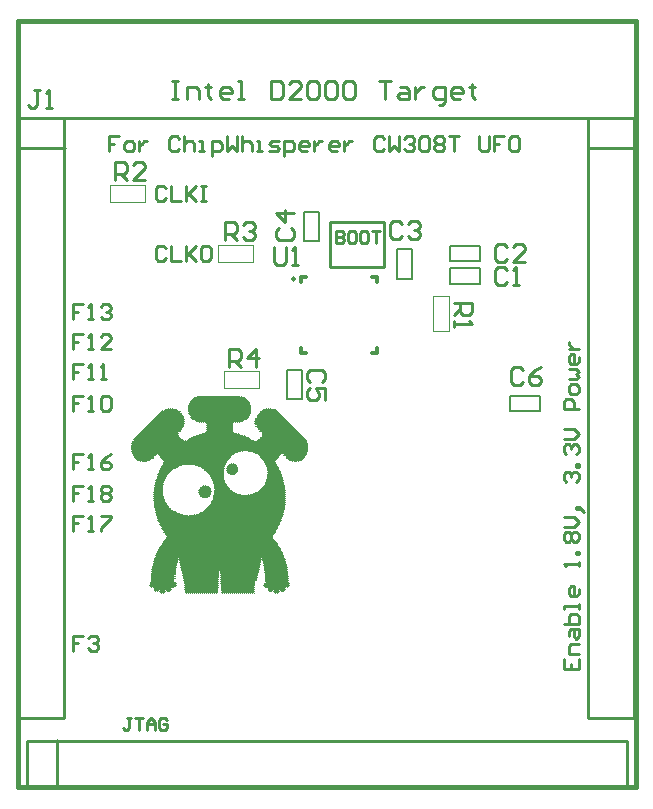
<source format=gto>
G04 Layer_Color=65535*
%FSLAX25Y25*%
%MOIN*%
G70*
G01*
G75*
%ADD18C,0.01000*%
%ADD21C,0.01500*%
%ADD31C,0.00984*%
%ADD32C,0.00394*%
%ADD33C,0.01181*%
%ADD34C,0.00787*%
G36*
X174838Y230240D02*
X175850D01*
Y229902D01*
X176188D01*
Y229565D01*
X176525D01*
Y229227D01*
X176863D01*
Y228890D01*
X177200D01*
Y228552D01*
X177538D01*
Y228215D01*
Y227877D01*
Y227540D01*
X177875D01*
Y227202D01*
Y226865D01*
Y226527D01*
Y226190D01*
Y225852D01*
Y225515D01*
Y225177D01*
Y224839D01*
Y224502D01*
X177538D01*
Y224164D01*
Y223827D01*
X177200D01*
Y223489D01*
Y223152D01*
X176863D01*
Y222814D01*
X176525D01*
Y222477D01*
X175513D01*
Y222139D01*
X175175D01*
Y221802D01*
X174162D01*
Y221464D01*
X173825D01*
Y221802D01*
X173487D01*
Y221464D01*
X173150D01*
Y221802D01*
X172812D01*
Y221464D01*
X172475D01*
Y221802D01*
X172137D01*
Y221464D01*
X171800D01*
Y221127D01*
Y220789D01*
Y220452D01*
Y220114D01*
Y219777D01*
Y219439D01*
Y219102D01*
Y218764D01*
Y218426D01*
X172137D01*
Y218089D01*
X173150D01*
Y217751D01*
X173487D01*
Y218089D01*
X173825D01*
Y217751D01*
X174162D01*
Y217414D01*
X175175D01*
Y217076D01*
X175513D01*
Y217414D01*
X175850D01*
Y217076D01*
X176188D01*
Y216739D01*
X177200D01*
Y216401D01*
X177538D01*
Y216064D01*
X177875D01*
Y215726D01*
X178888D01*
Y215389D01*
X179563D01*
Y215726D01*
X179900D01*
Y216064D01*
X180575D01*
Y216401D01*
Y216739D01*
X181251D01*
Y217076D01*
Y217414D01*
Y217751D01*
Y218089D01*
Y218426D01*
X180238D01*
Y218764D01*
X180575D01*
Y219102D01*
X179900D01*
Y219439D01*
Y219777D01*
X179563D01*
Y220114D01*
X179225D01*
Y220452D01*
X179563D01*
Y220789D01*
X179225D01*
Y221127D01*
X178888D01*
Y221464D01*
X179225D01*
Y221802D01*
X178888D01*
Y222139D01*
X179225D01*
Y222477D01*
Y222814D01*
Y223152D01*
X179563D01*
Y223489D01*
Y223827D01*
Y224164D01*
X179900D01*
Y224502D01*
X180238D01*
Y224839D01*
X180575D01*
Y225177D01*
Y225515D01*
X181251D01*
Y225852D01*
X181588D01*
Y226190D01*
X182601D01*
Y226527D01*
X182938D01*
Y226190D01*
X183276D01*
Y226527D01*
X183613D01*
Y226190D01*
X183951D01*
Y226527D01*
X184288D01*
Y226190D01*
X185976D01*
Y225852D01*
X186313D01*
Y225515D01*
X186651D01*
Y225177D01*
X186988D01*
Y224839D01*
X187326D01*
Y224502D01*
X187663D01*
Y224164D01*
X188001D01*
Y223827D01*
X188338D01*
Y223489D01*
X188676D01*
Y223152D01*
X189014D01*
Y222814D01*
X189351D01*
Y222477D01*
X189689D01*
Y222139D01*
X190026D01*
Y221802D01*
X190364D01*
Y221464D01*
X190701D01*
Y221127D01*
X191039D01*
Y220789D01*
X191376D01*
Y220452D01*
X191714D01*
Y220114D01*
X192051D01*
Y219777D01*
X192389D01*
Y219439D01*
X192726D01*
Y219102D01*
X193064D01*
Y218764D01*
X193401D01*
Y218426D01*
X193739D01*
Y218089D01*
X194076D01*
Y217751D01*
X194414D01*
Y217414D01*
X194751D01*
Y217076D01*
X195089D01*
Y216739D01*
X195426D01*
Y216401D01*
X195764D01*
Y216064D01*
X196101D01*
Y215726D01*
X196439D01*
Y215389D01*
Y215051D01*
Y214714D01*
X196777D01*
Y214376D01*
Y214039D01*
Y213701D01*
Y213364D01*
Y213026D01*
Y212689D01*
Y212351D01*
Y212014D01*
Y211676D01*
X196439D01*
Y211338D01*
Y211001D01*
Y210663D01*
X196101D01*
Y210326D01*
X195764D01*
Y209988D01*
X195426D01*
Y209651D01*
X195089D01*
Y209313D01*
X194751D01*
Y208976D01*
X193739D01*
Y208638D01*
X193401D01*
Y208976D01*
X193064D01*
Y208638D01*
X192051D01*
Y208976D01*
X191714D01*
Y208638D01*
X191376D01*
Y208976D01*
X190364D01*
Y209313D01*
X190026D01*
Y209651D01*
X189351D01*
Y209988D01*
Y210326D01*
X188338D01*
Y210663D01*
X188676D01*
Y211001D01*
X187663D01*
Y210663D01*
X187326D01*
Y210326D01*
X186988D01*
Y209988D01*
X186651D01*
Y209651D01*
X186313D01*
Y209313D01*
X185976D01*
Y208976D01*
X185638D01*
Y208638D01*
X185976D01*
Y208301D01*
Y207963D01*
X186313D01*
Y207626D01*
Y207288D01*
X186651D01*
Y206951D01*
X186988D01*
Y206613D01*
Y206276D01*
Y205938D01*
X187326D01*
Y205601D01*
X187663D01*
Y205263D01*
Y204925D01*
Y204588D01*
X188001D01*
Y204251D01*
Y203913D01*
Y203575D01*
X188338D01*
Y203238D01*
Y202900D01*
Y202563D01*
X188676D01*
Y202225D01*
X188338D01*
Y201888D01*
X188676D01*
Y201550D01*
Y201213D01*
Y200875D01*
X189014D01*
Y200538D01*
Y200200D01*
Y199863D01*
Y199525D01*
Y199188D01*
X189351D01*
Y198850D01*
X189014D01*
Y198513D01*
X189351D01*
Y198175D01*
X189014D01*
Y197837D01*
X189351D01*
Y197500D01*
X189014D01*
Y197162D01*
X189351D01*
Y196825D01*
X189014D01*
Y196487D01*
X189351D01*
Y196150D01*
X189014D01*
Y195812D01*
X189351D01*
Y195475D01*
X189014D01*
Y195137D01*
X189351D01*
Y194800D01*
X189014D01*
Y194462D01*
X189351D01*
Y194125D01*
X189014D01*
Y193787D01*
Y193450D01*
Y193112D01*
Y192775D01*
Y192437D01*
X188676D01*
Y192100D01*
Y191762D01*
Y191425D01*
X188338D01*
Y191087D01*
X188676D01*
Y190750D01*
X188338D01*
Y190412D01*
Y190075D01*
X188001D01*
Y189737D01*
Y189399D01*
X187663D01*
Y189062D01*
X188001D01*
Y188724D01*
X187663D01*
Y188387D01*
X187326D01*
Y188049D01*
Y187712D01*
Y187374D01*
X186988D01*
Y187037D01*
X186651D01*
Y186699D01*
Y186362D01*
Y186024D01*
X186313D01*
Y185687D01*
X185976D01*
Y185349D01*
Y185012D01*
Y184674D01*
X185638D01*
Y184337D01*
X185301D01*
Y183999D01*
X184963D01*
Y183661D01*
Y183324D01*
Y182986D01*
X185301D01*
Y182649D01*
X185638D01*
Y182311D01*
X185976D01*
Y181974D01*
X186313D01*
Y181636D01*
X186651D01*
Y181299D01*
Y180961D01*
Y180624D01*
X186988D01*
Y180286D01*
X187326D01*
Y179949D01*
X187663D01*
Y179611D01*
Y179274D01*
Y178936D01*
X188001D01*
Y178599D01*
X188338D01*
Y178261D01*
Y177924D01*
Y177586D01*
X188676D01*
Y177249D01*
Y176911D01*
Y176574D01*
X189014D01*
Y176236D01*
X189351D01*
Y175899D01*
X189014D01*
Y175561D01*
X189351D01*
Y175223D01*
Y174886D01*
Y174548D01*
X189689D01*
Y174211D01*
Y173873D01*
Y173536D01*
X190026D01*
Y173198D01*
X189689D01*
Y172861D01*
X190026D01*
Y172523D01*
X189689D01*
Y172186D01*
X190026D01*
Y171848D01*
Y171511D01*
Y171173D01*
Y170836D01*
Y170498D01*
X190364D01*
Y170160D01*
X190026D01*
Y169823D01*
X190364D01*
Y169485D01*
X190026D01*
Y169148D01*
X190364D01*
Y168810D01*
X190026D01*
Y168473D01*
X190364D01*
Y168135D01*
X190701D01*
Y167798D01*
X190364D01*
Y167460D01*
X190701D01*
Y167123D01*
X190364D01*
Y166785D01*
X190026D01*
Y166448D01*
X189689D01*
Y166785D01*
X189351D01*
Y166448D01*
X189014D01*
Y166110D01*
X189351D01*
Y165773D01*
X189014D01*
Y165435D01*
X188676D01*
Y165098D01*
X187663D01*
Y165435D01*
X187326D01*
Y165773D01*
X186988D01*
Y165435D01*
X187326D01*
Y165098D01*
X186988D01*
Y164760D01*
X186651D01*
Y164423D01*
X186313D01*
Y164760D01*
X185976D01*
Y164423D01*
X185638D01*
Y164760D01*
X185301D01*
Y165098D01*
X184963D01*
Y165435D01*
X184626D01*
Y165098D01*
X183613D01*
Y165435D01*
X183276D01*
Y165773D01*
Y166110D01*
Y166448D01*
X182263D01*
Y166785D01*
X181925D01*
Y167123D01*
X181588D01*
Y167460D01*
X181925D01*
Y167798D01*
Y168135D01*
X182601D01*
Y168473D01*
X182263D01*
Y168810D01*
Y169148D01*
Y169485D01*
Y169823D01*
Y170160D01*
Y170498D01*
Y170836D01*
Y171173D01*
Y171511D01*
X181925D01*
Y171848D01*
X182263D01*
Y172186D01*
X181925D01*
Y172523D01*
Y172861D01*
Y173198D01*
Y173536D01*
Y173873D01*
X181588D01*
Y174211D01*
X181925D01*
Y174548D01*
X181588D01*
Y174886D01*
Y175223D01*
Y175561D01*
X181251D01*
Y175899D01*
X180913D01*
Y175561D01*
Y175223D01*
Y174886D01*
X180575D01*
Y174548D01*
X180913D01*
Y174211D01*
X180575D01*
Y173873D01*
Y173536D01*
Y173198D01*
X180238D01*
Y172861D01*
X180575D01*
Y172523D01*
X180238D01*
Y172186D01*
Y171848D01*
Y171511D01*
X179900D01*
Y171173D01*
Y170836D01*
Y170498D01*
X179563D01*
Y170160D01*
X179900D01*
Y169823D01*
X179563D01*
Y169485D01*
Y169148D01*
Y168810D01*
X179225D01*
Y168473D01*
Y168135D01*
Y167798D01*
Y167460D01*
Y167123D01*
X178888D01*
Y166785D01*
X179225D01*
Y166448D01*
X178888D01*
Y166110D01*
X179225D01*
Y165773D01*
X178888D01*
Y165435D01*
X179225D01*
Y165098D01*
X178888D01*
Y164760D01*
X179225D01*
Y164423D01*
X178888D01*
Y164760D01*
X178550D01*
Y164423D01*
X178213D01*
Y164760D01*
X177875D01*
Y164423D01*
X177538D01*
Y164760D01*
X177200D01*
Y164423D01*
X176863D01*
Y164760D01*
X176525D01*
Y164423D01*
X176188D01*
Y164760D01*
X175850D01*
Y164423D01*
X175513D01*
Y164760D01*
X175175D01*
Y164423D01*
X174838D01*
Y164760D01*
X174500D01*
Y164423D01*
X174162D01*
Y164760D01*
X173825D01*
Y164423D01*
X173487D01*
Y164760D01*
X173150D01*
Y164423D01*
X172812D01*
Y164760D01*
X172475D01*
Y164423D01*
X172137D01*
Y164760D01*
X171800D01*
Y164423D01*
X171462D01*
Y164760D01*
X171125D01*
Y164423D01*
X170787D01*
Y164760D01*
X170450D01*
Y164423D01*
X170112D01*
Y164760D01*
X169775D01*
Y164423D01*
X169437D01*
Y164760D01*
X169100D01*
Y164423D01*
X168762D01*
Y164760D01*
X168425D01*
Y164423D01*
X168087D01*
Y164760D01*
X167750D01*
Y165098D01*
X168087D01*
Y165435D01*
X167750D01*
Y165773D01*
Y166110D01*
Y166448D01*
Y166785D01*
Y167123D01*
Y167460D01*
Y167798D01*
X167412D01*
Y168135D01*
X167750D01*
Y168473D01*
X167412D01*
Y168810D01*
X167750D01*
Y169148D01*
X167412D01*
Y169485D01*
X167750D01*
Y169823D01*
X167412D01*
Y170160D01*
X167750D01*
Y170498D01*
X167412D01*
Y170836D01*
X167750D01*
Y171173D01*
X167412D01*
Y171511D01*
Y171848D01*
Y172186D01*
X167075D01*
Y171848D01*
Y171511D01*
Y171173D01*
Y170836D01*
Y170498D01*
Y170160D01*
Y169823D01*
X166737D01*
Y169485D01*
X167075D01*
Y169148D01*
X166737D01*
Y168810D01*
X167075D01*
Y168473D01*
X166737D01*
Y168135D01*
X167075D01*
Y167798D01*
X166737D01*
Y167460D01*
X167075D01*
Y167123D01*
X166737D01*
Y166785D01*
X167075D01*
Y166448D01*
X166737D01*
Y166110D01*
Y165773D01*
Y165435D01*
Y165098D01*
Y164760D01*
X166399D01*
Y164423D01*
X166062D01*
Y164760D01*
X165724D01*
Y164423D01*
X165387D01*
Y164760D01*
X165049D01*
Y164423D01*
X164712D01*
Y164760D01*
X164374D01*
Y164423D01*
X164037D01*
Y164760D01*
X163699D01*
Y164423D01*
X163362D01*
Y164760D01*
X163024D01*
Y164423D01*
X162687D01*
Y164760D01*
X162349D01*
Y164423D01*
X162012D01*
Y164760D01*
X161674D01*
Y164423D01*
X161337D01*
Y164760D01*
X160999D01*
Y164423D01*
X160661D01*
Y164760D01*
X160324D01*
Y164423D01*
X159986D01*
Y164760D01*
X159649D01*
Y164423D01*
X159311D01*
Y164760D01*
X158974D01*
Y164423D01*
X158636D01*
Y164760D01*
X158299D01*
Y164423D01*
X157961D01*
Y164760D01*
X157624D01*
Y164423D01*
X157286D01*
Y164760D01*
X156949D01*
Y164423D01*
X156611D01*
Y164760D01*
X156274D01*
Y164423D01*
X155936D01*
Y164760D01*
X155599D01*
Y165098D01*
Y165435D01*
Y165773D01*
X155261D01*
Y166110D01*
X155599D01*
Y166448D01*
X155261D01*
Y166785D01*
X155599D01*
Y167123D01*
X155261D01*
Y167460D01*
X155599D01*
Y167798D01*
X155261D01*
Y168135D01*
Y168473D01*
Y168810D01*
X154924D01*
Y169148D01*
X155261D01*
Y169485D01*
X154924D01*
Y169823D01*
Y170160D01*
Y170498D01*
X154586D01*
Y170836D01*
X154924D01*
Y171173D01*
X154586D01*
Y171511D01*
Y171848D01*
Y172186D01*
X154249D01*
Y172523D01*
Y172861D01*
Y173198D01*
X153911D01*
Y173536D01*
X154249D01*
Y173873D01*
X153911D01*
Y174211D01*
Y174548D01*
Y174886D01*
X153574D01*
Y175223D01*
X153911D01*
Y175561D01*
X153574D01*
Y175899D01*
X153236D01*
Y175561D01*
Y175223D01*
Y174886D01*
X152899D01*
Y174548D01*
Y174211D01*
Y173873D01*
X152561D01*
Y173536D01*
X152899D01*
Y173198D01*
X152561D01*
Y172861D01*
Y172523D01*
Y172186D01*
Y171848D01*
Y171511D01*
Y171173D01*
Y170836D01*
X152223D01*
Y170498D01*
X152561D01*
Y170160D01*
X152223D01*
Y169823D01*
X152561D01*
Y169485D01*
X152223D01*
Y169148D01*
Y168810D01*
Y168473D01*
X152561D01*
Y168135D01*
X152899D01*
Y167798D01*
X152561D01*
Y167460D01*
X152899D01*
Y167123D01*
X152561D01*
Y166785D01*
X152223D01*
Y166448D01*
X151211D01*
Y166110D01*
X151548D01*
Y165773D01*
X151211D01*
Y165435D01*
X150873D01*
Y165098D01*
X149861D01*
Y165435D01*
X149523D01*
Y165773D01*
X149186D01*
Y165435D01*
X149523D01*
Y165098D01*
X149186D01*
Y164760D01*
X148848D01*
Y164423D01*
X148511D01*
Y164760D01*
X148173D01*
Y164423D01*
X147836D01*
Y164760D01*
X147498D01*
Y165098D01*
X147160D01*
Y165435D01*
X146823D01*
Y165098D01*
X146485D01*
Y165435D01*
X146148D01*
Y165098D01*
X145810D01*
Y165435D01*
X145473D01*
Y165773D01*
Y166110D01*
Y166448D01*
X145135D01*
Y166785D01*
X144798D01*
Y166448D01*
X144460D01*
Y166785D01*
X144123D01*
Y167123D01*
X143785D01*
Y167460D01*
X144123D01*
Y167798D01*
Y168135D01*
Y168473D01*
X144460D01*
Y168810D01*
Y169148D01*
Y169485D01*
Y169823D01*
Y170160D01*
Y170498D01*
Y170836D01*
Y171173D01*
Y171511D01*
X144798D01*
Y171848D01*
X144460D01*
Y172186D01*
X144798D01*
Y172523D01*
X144460D01*
Y172861D01*
X144798D01*
Y173198D01*
Y173536D01*
Y173873D01*
X145135D01*
Y174211D01*
Y174548D01*
Y174886D01*
X145473D01*
Y175223D01*
X145135D01*
Y175561D01*
X145473D01*
Y175899D01*
Y176236D01*
Y176574D01*
X145810D01*
Y176911D01*
X146148D01*
Y177249D01*
X145810D01*
Y177586D01*
X146148D01*
Y177924D01*
Y178261D01*
X146485D01*
Y178599D01*
Y178936D01*
X146823D01*
Y179274D01*
Y179611D01*
X147160D01*
Y179949D01*
Y180286D01*
X147498D01*
Y180624D01*
X147836D01*
Y180961D01*
X148173D01*
Y181299D01*
Y181636D01*
X148511D01*
Y181974D01*
Y182311D01*
X148848D01*
Y182649D01*
X149186D01*
Y182986D01*
X149523D01*
Y183324D01*
X149861D01*
Y183661D01*
X149523D01*
Y183999D01*
X149186D01*
Y184337D01*
Y184674D01*
X148511D01*
Y185012D01*
X148848D01*
Y185349D01*
X148511D01*
Y185687D01*
X148173D01*
Y186024D01*
X147836D01*
Y186362D01*
X148173D01*
Y186699D01*
X147836D01*
Y187037D01*
X147498D01*
Y187374D01*
X147160D01*
Y187712D01*
X147498D01*
Y188049D01*
X147160D01*
Y188387D01*
X146823D01*
Y188724D01*
X146485D01*
Y189062D01*
X146823D01*
Y189399D01*
X146485D01*
Y189737D01*
Y190075D01*
Y190412D01*
X146148D01*
Y190750D01*
Y191087D01*
Y191425D01*
X145810D01*
Y191762D01*
X146148D01*
Y192100D01*
X145810D01*
Y192437D01*
Y192775D01*
Y193112D01*
X145473D01*
Y193450D01*
Y193787D01*
Y194125D01*
Y194462D01*
Y194800D01*
Y195137D01*
Y195475D01*
X145135D01*
Y195812D01*
X145473D01*
Y196150D01*
X145135D01*
Y196487D01*
X145473D01*
Y196825D01*
X145135D01*
Y197162D01*
X145473D01*
Y197500D01*
X145135D01*
Y197837D01*
X145473D01*
Y198175D01*
X145135D01*
Y198513D01*
X145473D01*
Y198850D01*
Y199188D01*
Y199525D01*
Y199863D01*
Y200200D01*
X145810D01*
Y200538D01*
X145473D01*
Y200875D01*
X145810D01*
Y201213D01*
Y201550D01*
Y201888D01*
X146148D01*
Y202225D01*
X145810D01*
Y202563D01*
X146148D01*
Y202900D01*
X146485D01*
Y203238D01*
Y203575D01*
Y203913D01*
X146823D01*
Y204251D01*
X146485D01*
Y204588D01*
X146823D01*
Y204925D01*
X147160D01*
Y205263D01*
Y205601D01*
Y205938D01*
X147498D01*
Y206276D01*
Y206613D01*
X147836D01*
Y206951D01*
Y207288D01*
X148173D01*
Y207626D01*
X148511D01*
Y207963D01*
Y208301D01*
Y208638D01*
X148848D01*
Y208976D01*
X148511D01*
Y209313D01*
X148173D01*
Y209651D01*
X147836D01*
Y209988D01*
X147498D01*
Y210326D01*
X147160D01*
Y210663D01*
X146823D01*
Y211001D01*
X146485D01*
Y210663D01*
X146148D01*
Y210326D01*
X145473D01*
Y209988D01*
Y209651D01*
X144460D01*
Y209313D01*
X144123D01*
Y208976D01*
X143110D01*
Y208638D01*
X141423D01*
Y208976D01*
X141085D01*
Y208638D01*
X140748D01*
Y208976D01*
X139735D01*
Y209313D01*
X139398D01*
Y209651D01*
X139060D01*
Y209988D01*
X138723D01*
Y210326D01*
X138385D01*
Y210663D01*
Y211001D01*
X138047D01*
Y211338D01*
Y211676D01*
X137710D01*
Y212014D01*
X138047D01*
Y212351D01*
X137710D01*
Y212689D01*
Y213026D01*
Y213364D01*
Y213701D01*
Y214039D01*
X138047D01*
Y214376D01*
X137710D01*
Y214714D01*
X138047D01*
Y215051D01*
Y215389D01*
X138723D01*
Y215726D01*
X138385D01*
Y216064D01*
X138723D01*
Y216401D01*
X139060D01*
Y216739D01*
X139398D01*
Y217076D01*
X139735D01*
Y217414D01*
X140073D01*
Y217751D01*
X140410D01*
Y218089D01*
X140748D01*
Y218426D01*
X141085D01*
Y218764D01*
X141423D01*
Y219102D01*
X141760D01*
Y219439D01*
X142098D01*
Y219777D01*
X142435D01*
Y220114D01*
X142773D01*
Y220452D01*
X143110D01*
Y220789D01*
X143448D01*
Y221127D01*
X143785D01*
Y221464D01*
X144123D01*
Y221802D01*
X144460D01*
Y222139D01*
X144798D01*
Y222477D01*
X145135D01*
Y222814D01*
X145473D01*
Y223152D01*
X145810D01*
Y223489D01*
X146148D01*
Y223827D01*
X146485D01*
Y224164D01*
X146823D01*
Y224502D01*
X147160D01*
Y224839D01*
X147498D01*
Y225177D01*
X147836D01*
Y225515D01*
X148173D01*
Y225852D01*
X148511D01*
Y225515D01*
X148848D01*
Y225852D01*
X149186D01*
Y226190D01*
X150198D01*
Y226527D01*
X150536D01*
Y226190D01*
X150873D01*
Y226527D01*
X151211D01*
Y226190D01*
X151548D01*
Y226527D01*
X151886D01*
Y226190D01*
X152899D01*
Y225852D01*
X153236D01*
Y225515D01*
X154249D01*
Y225177D01*
X153911D01*
Y224839D01*
X154586D01*
Y224502D01*
Y224164D01*
X154924D01*
Y223827D01*
X155261D01*
Y223489D01*
Y223152D01*
Y222814D01*
X155599D01*
Y222477D01*
X155261D01*
Y222139D01*
X155599D01*
Y221802D01*
X155261D01*
Y221464D01*
X155599D01*
Y221127D01*
X155261D01*
Y220789D01*
Y220452D01*
Y220114D01*
X154924D01*
Y219777D01*
X154586D01*
Y219439D01*
Y219102D01*
X154249D01*
Y218764D01*
Y218426D01*
X153236D01*
Y218089D01*
X153574D01*
Y217751D01*
X153236D01*
Y217414D01*
X153574D01*
Y217076D01*
Y216739D01*
X153911D01*
Y216401D01*
X154249D01*
Y216064D01*
X154924D01*
Y215726D01*
X155261D01*
Y215389D01*
X155599D01*
Y215726D01*
X155936D01*
Y215389D01*
X156274D01*
Y215726D01*
X156611D01*
Y216064D01*
X156949D01*
Y216401D01*
X157624D01*
Y216739D01*
X158299D01*
Y217076D01*
X159311D01*
Y217414D01*
X160324D01*
Y217751D01*
X161337D01*
Y218089D01*
X162349D01*
Y218426D01*
X162687D01*
Y218764D01*
X163024D01*
Y219102D01*
X162687D01*
Y219439D01*
X163024D01*
Y219777D01*
X162687D01*
Y220114D01*
X163024D01*
Y220452D01*
X162687D01*
Y220789D01*
X163024D01*
Y221127D01*
X162687D01*
Y221464D01*
X162349D01*
Y221802D01*
X162012D01*
Y221464D01*
X161674D01*
Y221802D01*
X161337D01*
Y221464D01*
X160999D01*
Y221802D01*
X160661D01*
Y221464D01*
X160324D01*
Y221802D01*
X159311D01*
Y222139D01*
X158974D01*
Y222477D01*
X157961D01*
Y222814D01*
X157624D01*
Y223152D01*
X157286D01*
Y223489D01*
X157624D01*
Y223827D01*
X157286D01*
Y224164D01*
X156949D01*
Y224502D01*
X156611D01*
Y224839D01*
X156949D01*
Y225177D01*
X156611D01*
Y225515D01*
Y225852D01*
Y226190D01*
Y226527D01*
Y226865D01*
Y227202D01*
Y227540D01*
X156949D01*
Y227877D01*
Y228215D01*
X157286D01*
Y228552D01*
Y228890D01*
X157624D01*
Y229227D01*
X157961D01*
Y229565D01*
X158299D01*
Y229902D01*
X158636D01*
Y230240D01*
X159649D01*
Y230577D01*
X174162D01*
Y230240D01*
X174500D01*
Y230577D01*
X174838D01*
Y230240D01*
D02*
G37*
%LPC*%
G36*
X153574Y176574D02*
X153236D01*
Y176236D01*
X153574D01*
Y176574D01*
D02*
G37*
G36*
X181251D02*
X180913D01*
Y176236D01*
X181251D01*
Y176574D01*
D02*
G37*
G36*
X147498Y165773D02*
X147160D01*
Y165435D01*
X147498D01*
Y165773D01*
D02*
G37*
G36*
X185301D02*
X184963D01*
Y165435D01*
X185301D01*
Y165773D01*
D02*
G37*
G36*
X176863Y212014D02*
X175175D01*
Y211676D01*
X174838D01*
Y212014D01*
X174500D01*
Y211676D01*
X173487D01*
Y211338D01*
X172475D01*
Y211001D01*
X172137D01*
Y210663D01*
X171462D01*
Y210326D01*
X171125D01*
Y209988D01*
X170787D01*
Y209651D01*
X170450D01*
Y209313D01*
X170112D01*
Y208976D01*
X169775D01*
Y208638D01*
Y208301D01*
X169437D01*
Y207963D01*
Y207626D01*
X169100D01*
Y207288D01*
Y206951D01*
X168762D01*
Y206613D01*
X169100D01*
Y206276D01*
X168762D01*
Y205938D01*
Y205601D01*
Y205263D01*
Y204925D01*
Y204588D01*
Y204251D01*
Y203913D01*
Y203575D01*
Y203238D01*
Y202900D01*
Y202563D01*
X169100D01*
Y202225D01*
Y201888D01*
Y201550D01*
X169437D01*
Y201213D01*
X169775D01*
Y200875D01*
Y200538D01*
X170112D01*
Y200200D01*
X170450D01*
Y199863D01*
X170787D01*
Y199525D01*
Y199188D01*
X171462D01*
Y198850D01*
X171800D01*
Y198513D01*
X172475D01*
Y198175D01*
X173150D01*
Y197837D01*
X174500D01*
Y197500D01*
X176863D01*
Y197837D01*
X177200D01*
Y197500D01*
X177538D01*
Y197837D01*
X178550D01*
Y198175D01*
X179225D01*
Y198513D01*
X179900D01*
Y198850D01*
X180238D01*
Y199188D01*
X180575D01*
Y199525D01*
X180913D01*
Y199863D01*
X181251D01*
Y200200D01*
X181588D01*
Y200538D01*
X181925D01*
Y200875D01*
X182263D01*
Y201213D01*
Y201550D01*
Y201888D01*
X182601D01*
Y202225D01*
Y202563D01*
Y202900D01*
X182938D01*
Y203238D01*
Y203575D01*
Y203913D01*
Y204251D01*
Y204588D01*
X183276D01*
Y204925D01*
X182938D01*
Y205263D01*
X183276D01*
Y205601D01*
X182938D01*
Y205938D01*
Y206276D01*
Y206613D01*
Y206951D01*
X182601D01*
Y207288D01*
Y207626D01*
X182263D01*
Y207963D01*
Y208301D01*
X181925D01*
Y208638D01*
Y208976D01*
X181588D01*
Y209313D01*
X181251D01*
Y209651D01*
X180913D01*
Y209988D01*
X180575D01*
Y210326D01*
X180238D01*
Y210663D01*
X179900D01*
Y211001D01*
X179225D01*
Y211338D01*
X178550D01*
Y211676D01*
X176863D01*
Y212014D01*
D02*
G37*
G36*
X158974Y207626D02*
X154586D01*
Y207288D01*
X153574D01*
Y206951D01*
X153236D01*
Y206613D01*
X152561D01*
Y206276D01*
X151886D01*
Y205938D01*
X151548D01*
Y205601D01*
X151211D01*
Y205263D01*
X150873D01*
Y204925D01*
X150536D01*
Y204588D01*
X150198D01*
Y204251D01*
X149861D01*
Y203913D01*
Y203575D01*
X149523D01*
Y203238D01*
Y202900D01*
X149186D01*
Y202563D01*
Y202225D01*
X148848D01*
Y201888D01*
Y201550D01*
X148511D01*
Y201213D01*
X148848D01*
Y200875D01*
X148511D01*
Y200538D01*
Y200200D01*
Y199863D01*
Y199525D01*
Y199188D01*
Y198850D01*
Y198513D01*
Y198175D01*
Y197837D01*
Y197500D01*
Y197162D01*
X148848D01*
Y196825D01*
Y196487D01*
Y196150D01*
X149186D01*
Y195812D01*
Y195475D01*
Y195137D01*
X149523D01*
Y194800D01*
X149861D01*
Y194462D01*
Y194125D01*
X150198D01*
Y193787D01*
X150536D01*
Y193450D01*
Y193112D01*
X151211D01*
Y192775D01*
Y192437D01*
X151886D01*
Y192100D01*
X152561D01*
Y191762D01*
X152899D01*
Y191425D01*
X153911D01*
Y191087D01*
X154924D01*
Y190750D01*
X156611D01*
Y190412D01*
X156949D01*
Y190750D01*
X158636D01*
Y191087D01*
X158974D01*
Y190750D01*
X159311D01*
Y191087D01*
X160324D01*
Y191425D01*
X160661D01*
Y191762D01*
X161674D01*
Y192100D01*
X162012D01*
Y192437D01*
X162349D01*
Y192775D01*
X162687D01*
Y193112D01*
X163024D01*
Y193450D01*
X163362D01*
Y193787D01*
X163699D01*
Y194125D01*
X164037D01*
Y194462D01*
X164374D01*
Y194800D01*
Y195137D01*
Y195475D01*
X164712D01*
Y195812D01*
X165049D01*
Y196150D01*
Y196487D01*
Y196825D01*
Y197162D01*
Y197500D01*
X165387D01*
Y197837D01*
Y198175D01*
Y198513D01*
Y198850D01*
Y199188D01*
X165724D01*
Y199525D01*
X165387D01*
Y199863D01*
Y200200D01*
Y200538D01*
Y200875D01*
Y201213D01*
X165049D01*
Y201550D01*
Y201888D01*
Y202225D01*
X164712D01*
Y202563D01*
Y202900D01*
X164374D01*
Y203238D01*
Y203575D01*
X164037D01*
Y203913D01*
Y204251D01*
X163699D01*
Y204588D01*
X163362D01*
Y204925D01*
X163024D01*
Y205263D01*
X162687D01*
Y205601D01*
X162012D01*
Y205938D01*
Y206276D01*
X161337D01*
Y206613D01*
X160999D01*
Y206951D01*
X159986D01*
Y207288D01*
X158974D01*
Y207626D01*
D02*
G37*
%LPD*%
G36*
X172137Y207963D02*
X172812D01*
Y207626D01*
X173150D01*
Y207288D01*
Y206951D01*
X173487D01*
Y206613D01*
Y206276D01*
Y205938D01*
Y205601D01*
Y205263D01*
X173150D01*
Y204925D01*
X172812D01*
Y204588D01*
X172475D01*
Y204251D01*
X170787D01*
Y204588D01*
X170112D01*
Y204925D01*
X169775D01*
Y205263D01*
Y205601D01*
X169437D01*
Y205938D01*
X169775D01*
Y206276D01*
X169437D01*
Y206613D01*
X169775D01*
Y206951D01*
Y207288D01*
X170112D01*
Y207626D01*
X170450D01*
Y207963D01*
X171125D01*
Y208301D01*
X171462D01*
Y207963D01*
X171800D01*
Y208301D01*
X172137D01*
Y207963D01*
D02*
G37*
G36*
X162687Y200538D02*
X163699D01*
Y200200D01*
X164037D01*
Y199863D01*
X164374D01*
Y199525D01*
Y199188D01*
Y198850D01*
X164712D01*
Y198513D01*
X164374D01*
Y198175D01*
Y197837D01*
Y197500D01*
X164037D01*
Y197162D01*
Y196825D01*
X163362D01*
Y196487D01*
X161337D01*
Y196825D01*
X160661D01*
Y197162D01*
Y197500D01*
X160324D01*
Y197837D01*
Y198175D01*
X159986D01*
Y198513D01*
X160324D01*
Y198850D01*
X159986D01*
Y199188D01*
X160324D01*
Y199525D01*
X160661D01*
Y199863D01*
Y200200D01*
X161337D01*
Y200538D01*
X161674D01*
Y200875D01*
X162012D01*
Y200538D01*
X162349D01*
Y200875D01*
X162687D01*
Y200538D01*
D02*
G37*
D18*
X115500Y323000D02*
X290126D01*
X305500Y123000D02*
Y323000D01*
X100126Y313000D02*
X115874D01*
X100126Y323000D02*
X115500D01*
Y123000D02*
Y323000D01*
X100126Y123000D02*
X115500D01*
X100126D02*
Y323000D01*
X113000Y100126D02*
Y115874D01*
X103000Y100126D02*
Y115500D01*
X303000D01*
Y100126D02*
Y115500D01*
X103000Y100126D02*
X303000D01*
X290126Y313000D02*
X305874D01*
X290126Y323000D02*
X305500D01*
X290126Y123000D02*
X305500D01*
X290126D02*
Y323000D01*
X204000Y273650D02*
X222000D01*
Y288500D01*
X204000D02*
X222000D01*
X204000Y273650D02*
Y288500D01*
X282002Y142832D02*
Y139500D01*
X287000D01*
Y142832D01*
X284501Y139500D02*
Y141166D01*
X287000Y144498D02*
X283668D01*
Y146998D01*
X284501Y147831D01*
X287000D01*
X283668Y150330D02*
Y151996D01*
X284501Y152829D01*
X287000D01*
Y150330D01*
X286167Y149497D01*
X285334Y150330D01*
Y152829D01*
X282002Y154495D02*
X287000D01*
Y156994D01*
X286167Y157827D01*
X285334D01*
X284501D01*
X283668Y156994D01*
Y154495D01*
X287000Y159494D02*
Y161160D01*
Y160327D01*
X282002D01*
Y159494D01*
X287000Y166158D02*
Y164492D01*
X286167Y163659D01*
X284501D01*
X283668Y164492D01*
Y166158D01*
X284501Y166991D01*
X285334D01*
Y163659D01*
X287000Y173656D02*
Y175322D01*
Y174489D01*
X282002D01*
X282835Y173656D01*
X287000Y177821D02*
X286167D01*
Y178654D01*
X287000D01*
Y177821D01*
X282835Y181986D02*
X282002Y182819D01*
Y184485D01*
X282835Y185319D01*
X283668D01*
X284501Y184485D01*
X285334Y185319D01*
X286167D01*
X287000Y184485D01*
Y182819D01*
X286167Y181986D01*
X285334D01*
X284501Y182819D01*
X283668Y181986D01*
X282835D01*
X284501Y182819D02*
Y184485D01*
X282002Y186985D02*
X285334D01*
X287000Y188651D01*
X285334Y190317D01*
X282002D01*
X287833Y192816D02*
X287000Y193649D01*
X286167D01*
Y192816D01*
X287000D01*
Y193649D01*
X287833Y192816D01*
X288666Y191983D01*
X282835Y201980D02*
X282002Y202813D01*
Y204479D01*
X282835Y205312D01*
X283668D01*
X284501Y204479D01*
Y203646D01*
Y204479D01*
X285334Y205312D01*
X286167D01*
X287000Y204479D01*
Y202813D01*
X286167Y201980D01*
X287000Y206978D02*
X286167D01*
Y207811D01*
X287000D01*
Y206978D01*
X282835Y211143D02*
X282002Y211977D01*
Y213643D01*
X282835Y214476D01*
X283668D01*
X284501Y213643D01*
Y212810D01*
Y213643D01*
X285334Y214476D01*
X286167D01*
X287000Y213643D01*
Y211977D01*
X286167Y211143D01*
X282002Y216142D02*
X285334D01*
X287000Y217808D01*
X285334Y219474D01*
X282002D01*
X287000Y226139D02*
X282002D01*
Y228638D01*
X282835Y229471D01*
X284501D01*
X285334Y228638D01*
Y226139D01*
X287000Y231970D02*
Y233636D01*
X286167Y234469D01*
X284501D01*
X283668Y233636D01*
Y231970D01*
X284501Y231137D01*
X286167D01*
X287000Y231970D01*
X283668Y236135D02*
X286167D01*
X287000Y236968D01*
X286167Y237802D01*
X287000Y238634D01*
X286167Y239468D01*
X283668D01*
X287000Y243633D02*
Y241967D01*
X286167Y241134D01*
X284501D01*
X283668Y241967D01*
Y243633D01*
X284501Y244466D01*
X285334D01*
Y241134D01*
X283668Y246132D02*
X287000D01*
X285334D01*
X284501Y246965D01*
X283668Y247798D01*
Y248631D01*
X137666Y122999D02*
X136333D01*
X136999D01*
Y119667D01*
X136333Y119000D01*
X135667D01*
X135000Y119667D01*
X138999Y122999D02*
X141665D01*
X140332D01*
Y119000D01*
X142997D02*
Y121666D01*
X144330Y122999D01*
X145663Y121666D01*
Y119000D01*
Y120999D01*
X142997D01*
X149662Y122332D02*
X148995Y122999D01*
X147663D01*
X146996Y122332D01*
Y119667D01*
X147663Y119000D01*
X148995D01*
X149662Y119667D01*
Y120999D01*
X148329D01*
X121832Y150498D02*
X118500D01*
Y147999D01*
X120166D01*
X118500D01*
Y145500D01*
X123498Y149665D02*
X124331Y150498D01*
X125998D01*
X126831Y149665D01*
Y148832D01*
X125998Y147999D01*
X125164D01*
X125998D01*
X126831Y147166D01*
Y146333D01*
X125998Y145500D01*
X124331D01*
X123498Y146333D01*
X121832Y190498D02*
X118500D01*
Y187999D01*
X120166D01*
X118500D01*
Y185500D01*
X123498D02*
X125164D01*
X124331D01*
Y190498D01*
X123498Y189665D01*
X127664Y190498D02*
X130996D01*
Y189665D01*
X127664Y186333D01*
Y185500D01*
X121832Y200498D02*
X118500D01*
Y197999D01*
X120166D01*
X118500D01*
Y195500D01*
X123498D02*
X125164D01*
X124331D01*
Y200498D01*
X123498Y199665D01*
X127664D02*
X128497Y200498D01*
X130163D01*
X130996Y199665D01*
Y198832D01*
X130163Y197999D01*
X130996Y197166D01*
Y196333D01*
X130163Y195500D01*
X128497D01*
X127664Y196333D01*
Y197166D01*
X128497Y197999D01*
X127664Y198832D01*
Y199665D01*
X128497Y197999D02*
X130163D01*
X121832Y210998D02*
X118500D01*
Y208499D01*
X120166D01*
X118500D01*
Y206000D01*
X123498D02*
X125164D01*
X124331D01*
Y210998D01*
X123498Y210165D01*
X130996Y210998D02*
X129330Y210165D01*
X127664Y208499D01*
Y206833D01*
X128497Y206000D01*
X130163D01*
X130996Y206833D01*
Y207666D01*
X130163Y208499D01*
X127664D01*
X170500Y240000D02*
Y245998D01*
X173499D01*
X174499Y244998D01*
Y242999D01*
X173499Y241999D01*
X170500D01*
X172499D02*
X174499Y240000D01*
X179497D02*
Y245998D01*
X176498Y242999D01*
X180497D01*
X185500Y279998D02*
Y275000D01*
X186500Y274000D01*
X188499D01*
X189499Y275000D01*
Y279998D01*
X191498Y274000D02*
X193497D01*
X192498D01*
Y279998D01*
X191498Y278998D01*
X107499Y332498D02*
X105499D01*
X106499D01*
Y327500D01*
X105499Y326500D01*
X104500D01*
X103500Y327500D01*
X109498Y326500D02*
X111497D01*
X110498D01*
Y332498D01*
X109498Y331498D01*
X268549Y239048D02*
X267549Y240048D01*
X265550D01*
X264550Y239048D01*
Y235050D01*
X265550Y234050D01*
X267549D01*
X268549Y235050D01*
X274547Y240048D02*
X272547Y239048D01*
X270548Y237049D01*
Y235050D01*
X271548Y234050D01*
X273547D01*
X274547Y235050D01*
Y236049D01*
X273547Y237049D01*
X270548D01*
X227999Y287754D02*
X226999Y288754D01*
X225000D01*
X224000Y287754D01*
Y283756D01*
X225000Y282756D01*
X226999D01*
X227999Y283756D01*
X229998Y287754D02*
X230998Y288754D01*
X232997D01*
X233997Y287754D01*
Y286755D01*
X232997Y285755D01*
X231997D01*
X232997D01*
X233997Y284755D01*
Y283756D01*
X232997Y282756D01*
X230998D01*
X229998Y283756D01*
X201498Y235001D02*
X202498Y236001D01*
Y238000D01*
X201498Y239000D01*
X197500D01*
X196500Y238000D01*
Y236001D01*
X197500Y235001D01*
X202498Y229003D02*
Y233002D01*
X199499D01*
X200499Y231003D01*
Y230003D01*
X199499Y229003D01*
X197500D01*
X196500Y230003D01*
Y232002D01*
X197500Y233002D01*
X186952Y286549D02*
X185952Y285549D01*
Y283550D01*
X186952Y282550D01*
X190950D01*
X191950Y283550D01*
Y285549D01*
X190950Y286549D01*
X191950Y291547D02*
X185952D01*
X188951Y288548D01*
Y292547D01*
X262999Y279998D02*
X261999Y280998D01*
X260000D01*
X259000Y279998D01*
Y276000D01*
X260000Y275000D01*
X261999D01*
X262999Y276000D01*
X268997Y275000D02*
X264998D01*
X268997Y278999D01*
Y279998D01*
X267997Y280998D01*
X265998D01*
X264998Y279998D01*
X262999Y272498D02*
X261999Y273498D01*
X260000D01*
X259000Y272498D01*
Y268500D01*
X260000Y267500D01*
X261999D01*
X262999Y268500D01*
X264998Y267500D02*
X266997D01*
X265998D01*
Y273498D01*
X264998Y272498D01*
X245500Y261500D02*
X251498D01*
Y258501D01*
X250498Y257501D01*
X248499D01*
X247499Y258501D01*
Y261500D01*
Y259501D02*
X245500Y257501D01*
Y255502D02*
Y253503D01*
Y254502D01*
X251498D01*
X250498Y255502D01*
X132500Y302500D02*
Y308498D01*
X135499D01*
X136499Y307498D01*
Y305499D01*
X135499Y304499D01*
X132500D01*
X134499D02*
X136499Y302500D01*
X142497D02*
X138498D01*
X142497Y306499D01*
Y307498D01*
X141497Y308498D01*
X139498D01*
X138498Y307498D01*
X169153Y282500D02*
Y288498D01*
X172153D01*
X173152Y287498D01*
Y285499D01*
X172153Y284499D01*
X169153D01*
X171153D02*
X173152Y282500D01*
X175152Y287498D02*
X176151Y288498D01*
X178151D01*
X179150Y287498D01*
Y286499D01*
X178151Y285499D01*
X177151D01*
X178151D01*
X179150Y284499D01*
Y283500D01*
X178151Y282500D01*
X176151D01*
X175152Y283500D01*
X206000Y285499D02*
Y281500D01*
X207999D01*
X208666Y282166D01*
Y282833D01*
X207999Y283499D01*
X206000D01*
X207999D01*
X208666Y284166D01*
Y284832D01*
X207999Y285499D01*
X206000D01*
X211998D02*
X210665D01*
X209999Y284832D01*
Y282166D01*
X210665Y281500D01*
X211998D01*
X212665Y282166D01*
Y284832D01*
X211998Y285499D01*
X215997D02*
X214664D01*
X213997Y284832D01*
Y282166D01*
X214664Y281500D01*
X215997D01*
X216663Y282166D01*
Y284832D01*
X215997Y285499D01*
X217996D02*
X220662D01*
X219329D01*
Y281500D01*
X151500Y335498D02*
X153499D01*
X152500D01*
Y329500D01*
X151500D01*
X153499D01*
X156498D02*
Y333499D01*
X159497D01*
X160497Y332499D01*
Y329500D01*
X163496Y334498D02*
Y333499D01*
X162496D01*
X164496D01*
X163496D01*
Y330500D01*
X164496Y329500D01*
X170494D02*
X168494D01*
X167495Y330500D01*
Y332499D01*
X168494Y333499D01*
X170494D01*
X171493Y332499D01*
Y331499D01*
X167495D01*
X173493Y329500D02*
X175492D01*
X174493D01*
Y335498D01*
X173493D01*
X184489D02*
Y329500D01*
X187488D01*
X188488Y330500D01*
Y334498D01*
X187488Y335498D01*
X184489D01*
X194486Y329500D02*
X190487D01*
X194486Y333499D01*
Y334498D01*
X193486Y335498D01*
X191487D01*
X190487Y334498D01*
X196485D02*
X197485Y335498D01*
X199485D01*
X200484Y334498D01*
Y330500D01*
X199485Y329500D01*
X197485D01*
X196485Y330500D01*
Y334498D01*
X202484D02*
X203483Y335498D01*
X205483D01*
X206482Y334498D01*
Y330500D01*
X205483Y329500D01*
X203483D01*
X202484Y330500D01*
Y334498D01*
X208482D02*
X209481Y335498D01*
X211481D01*
X212480Y334498D01*
Y330500D01*
X211481Y329500D01*
X209481D01*
X208482Y330500D01*
Y334498D01*
X220478Y335498D02*
X224476D01*
X222477D01*
Y329500D01*
X227475Y333499D02*
X229475D01*
X230474Y332499D01*
Y329500D01*
X227475D01*
X226476Y330500D01*
X227475Y331499D01*
X230474D01*
X232474Y333499D02*
Y329500D01*
Y331499D01*
X233473Y332499D01*
X234473Y333499D01*
X235473D01*
X240471Y327501D02*
X241471D01*
X242471Y328500D01*
Y333499D01*
X239472D01*
X238472Y332499D01*
Y330500D01*
X239472Y329500D01*
X242471D01*
X247469D02*
X245470D01*
X244470Y330500D01*
Y332499D01*
X245470Y333499D01*
X247469D01*
X248469Y332499D01*
Y331499D01*
X244470D01*
X251468Y334498D02*
Y333499D01*
X250468D01*
X252467D01*
X251468D01*
Y330500D01*
X252467Y329500D01*
X133832Y316998D02*
X130500D01*
Y314499D01*
X132166D01*
X130500D01*
Y312000D01*
X136331D02*
X137998D01*
X138831Y312833D01*
Y314499D01*
X137998Y315332D01*
X136331D01*
X135498Y314499D01*
Y312833D01*
X136331Y312000D01*
X140497Y315332D02*
Y312000D01*
Y313666D01*
X141330Y314499D01*
X142163Y315332D01*
X142996D01*
X153826Y316165D02*
X152993Y316998D01*
X151327D01*
X150494Y316165D01*
Y312833D01*
X151327Y312000D01*
X152993D01*
X153826Y312833D01*
X155492Y316998D02*
Y312000D01*
Y314499D01*
X156325Y315332D01*
X157991D01*
X158824Y314499D01*
Y312000D01*
X160490D02*
X162156D01*
X161323D01*
Y315332D01*
X160490D01*
X164656Y310334D02*
Y315332D01*
X167155D01*
X167988Y314499D01*
Y312833D01*
X167155Y312000D01*
X164656D01*
X169654Y316998D02*
Y312000D01*
X171320Y313666D01*
X172986Y312000D01*
Y316998D01*
X174652D02*
Y312000D01*
Y314499D01*
X175485Y315332D01*
X177152D01*
X177985Y314499D01*
Y312000D01*
X179651D02*
X181317D01*
X180484D01*
Y315332D01*
X179651D01*
X183816Y312000D02*
X186315D01*
X187148Y312833D01*
X186315Y313666D01*
X184649D01*
X183816Y314499D01*
X184649Y315332D01*
X187148D01*
X188814Y310334D02*
Y315332D01*
X191314D01*
X192147Y314499D01*
Y312833D01*
X191314Y312000D01*
X188814D01*
X196312D02*
X194646D01*
X193813Y312833D01*
Y314499D01*
X194646Y315332D01*
X196312D01*
X197145Y314499D01*
Y313666D01*
X193813D01*
X198811Y315332D02*
Y312000D01*
Y313666D01*
X199644Y314499D01*
X200477Y315332D01*
X201310D01*
X206309Y312000D02*
X204643D01*
X203810Y312833D01*
Y314499D01*
X204643Y315332D01*
X206309D01*
X207142Y314499D01*
Y313666D01*
X203810D01*
X208808Y315332D02*
Y312000D01*
Y313666D01*
X209641Y314499D01*
X210474Y315332D01*
X211307D01*
X222137Y316165D02*
X221304Y316998D01*
X219638D01*
X218805Y316165D01*
Y312833D01*
X219638Y312000D01*
X221304D01*
X222137Y312833D01*
X223803Y316998D02*
Y312000D01*
X225469Y313666D01*
X227135Y312000D01*
Y316998D01*
X228801Y316165D02*
X229634Y316998D01*
X231301D01*
X232134Y316165D01*
Y315332D01*
X231301Y314499D01*
X230468D01*
X231301D01*
X232134Y313666D01*
Y312833D01*
X231301Y312000D01*
X229634D01*
X228801Y312833D01*
X233800Y316165D02*
X234633Y316998D01*
X236299D01*
X237132Y316165D01*
Y312833D01*
X236299Y312000D01*
X234633D01*
X233800Y312833D01*
Y316165D01*
X238798D02*
X239631Y316998D01*
X241297D01*
X242130Y316165D01*
Y315332D01*
X241297Y314499D01*
X242130Y313666D01*
Y312833D01*
X241297Y312000D01*
X239631D01*
X238798Y312833D01*
Y313666D01*
X239631Y314499D01*
X238798Y315332D01*
Y316165D01*
X239631Y314499D02*
X241297D01*
X243797Y316998D02*
X247129D01*
X245463D01*
Y312000D01*
X253793Y316998D02*
Y312833D01*
X254626Y312000D01*
X256293D01*
X257126Y312833D01*
Y316998D01*
X262124D02*
X258792D01*
Y314499D01*
X260458D01*
X258792D01*
Y312000D01*
X266289Y316998D02*
X264623D01*
X263790Y316165D01*
Y312833D01*
X264623Y312000D01*
X266289D01*
X267122Y312833D01*
Y316165D01*
X266289Y316998D01*
X121832Y230498D02*
X118500D01*
Y227999D01*
X120166D01*
X118500D01*
Y225500D01*
X123498D02*
X125164D01*
X124331D01*
Y230498D01*
X123498Y229665D01*
X127664D02*
X128497Y230498D01*
X130163D01*
X130996Y229665D01*
Y226333D01*
X130163Y225500D01*
X128497D01*
X127664Y226333D01*
Y229665D01*
X121832Y240998D02*
X118500D01*
Y238499D01*
X120166D01*
X118500D01*
Y236000D01*
X123498D02*
X125164D01*
X124331D01*
Y240998D01*
X123498Y240165D01*
X127664Y236000D02*
X129330D01*
X128497D01*
Y240998D01*
X127664Y240165D01*
X121832Y250998D02*
X118500D01*
Y248499D01*
X120166D01*
X118500D01*
Y246000D01*
X123498D02*
X125164D01*
X124331D01*
Y250998D01*
X123498Y250165D01*
X130996Y246000D02*
X127664D01*
X130996Y249332D01*
Y250165D01*
X130163Y250998D01*
X128497D01*
X127664Y250165D01*
X121832Y260998D02*
X118500D01*
Y258499D01*
X120166D01*
X118500D01*
Y256000D01*
X123498D02*
X125164D01*
X124331D01*
Y260998D01*
X123498Y260165D01*
X127664D02*
X128497Y260998D01*
X130163D01*
X130996Y260165D01*
Y259332D01*
X130163Y258499D01*
X129330D01*
X130163D01*
X130996Y257666D01*
Y256833D01*
X130163Y256000D01*
X128497D01*
X127664Y256833D01*
X149332Y299665D02*
X148499Y300498D01*
X146833D01*
X146000Y299665D01*
Y296333D01*
X146833Y295500D01*
X148499D01*
X149332Y296333D01*
X150998Y300498D02*
Y295500D01*
X154331D01*
X155997Y300498D02*
Y295500D01*
Y297166D01*
X159329Y300498D01*
X156830Y297999D01*
X159329Y295500D01*
X160995Y300498D02*
X162661D01*
X161828D01*
Y295500D01*
X160995D01*
X162661D01*
X149332Y279665D02*
X148499Y280498D01*
X146833D01*
X146000Y279665D01*
Y276333D01*
X146833Y275500D01*
X148499D01*
X149332Y276333D01*
X150998Y280498D02*
Y275500D01*
X154331D01*
X155997Y280498D02*
Y275500D01*
Y277166D01*
X159329Y280498D01*
X156830Y277999D01*
X159329Y275500D01*
X163494Y280498D02*
X161828D01*
X160995Y279665D01*
Y276333D01*
X161828Y275500D01*
X163494D01*
X164327Y276333D01*
Y279665D01*
X163494Y280498D01*
D21*
X100000Y355500D02*
X102500D01*
X100000Y100000D02*
Y355500D01*
X102500D02*
X112500D01*
X161500D01*
X306000D01*
Y100000D02*
Y355500D01*
X100000Y100000D02*
X306000D01*
D31*
X192382Y269516D02*
G03*
X192382Y269516I-492J0D01*
G01*
D32*
X168595Y238756D02*
X180405D01*
X168595Y233244D02*
X180405D01*
X168595D02*
Y238756D01*
X180405Y233244D02*
Y238756D01*
X166748Y275244D02*
Y280756D01*
X178559Y275244D02*
Y280756D01*
X166748D02*
X178559D01*
X166748Y275244D02*
X178559D01*
X142405Y295244D02*
Y300756D01*
X130595Y295244D02*
Y300756D01*
Y295244D02*
X142405D01*
X130595Y300756D02*
X142405D01*
X238244Y252095D02*
X243756D01*
X238244Y263906D02*
X243756D01*
X238244Y252095D02*
Y263906D01*
X243756Y252095D02*
Y263906D01*
D33*
X194449Y244910D02*
X195925D01*
X194449D02*
Y246386D01*
X218169Y244910D02*
X219646D01*
Y246386D01*
Y268630D02*
Y270106D01*
X218169D02*
X219646D01*
X194449D02*
X195925D01*
X194449Y268630D02*
Y270106D01*
D34*
X244079Y267941D02*
Y273059D01*
X253921Y267941D02*
Y273059D01*
X253331D02*
X253921D01*
X253331Y267941D02*
X253921D01*
X244079D02*
X244669D01*
X244079Y273059D02*
X244669D01*
Y267941D02*
X253331D01*
X244669Y273059D02*
X253331D01*
X244079Y275441D02*
Y280559D01*
X253921Y275441D02*
Y280559D01*
X253331D02*
X253921D01*
X253331Y275441D02*
X253921D01*
X244079D02*
X244669D01*
X244079Y280559D02*
X244669D01*
Y275441D02*
X253331D01*
X244669Y280559D02*
X253331D01*
X226441Y269579D02*
X231559D01*
X226441Y279421D02*
X231559D01*
X226441Y278831D02*
Y279421D01*
X231559Y278831D02*
Y279421D01*
Y269579D02*
Y270169D01*
X226441Y269579D02*
Y270169D01*
X231559D02*
Y278831D01*
X226441Y270169D02*
Y278831D01*
X195441Y282079D02*
X200559D01*
X195441Y291921D02*
X200559D01*
X195441Y291331D02*
Y291921D01*
X200559Y291331D02*
Y291921D01*
Y282079D02*
Y282669D01*
X195441Y282079D02*
Y282669D01*
X200559D02*
Y291331D01*
X195441Y282669D02*
Y291331D01*
X189669Y239268D02*
X194787D01*
X189669Y229425D02*
X194787D01*
Y230016D01*
X189669Y229425D02*
Y230016D01*
Y238677D02*
Y239268D01*
X194787Y238677D02*
Y239268D01*
X189669Y230016D02*
Y238677D01*
X194787Y230016D02*
Y238677D01*
X264079Y225441D02*
Y230559D01*
X273921Y225441D02*
Y230559D01*
X273331D02*
X273921D01*
X273331Y225441D02*
X273921D01*
X264079D02*
X264669D01*
X264079Y230559D02*
X264669D01*
Y225441D02*
X273331D01*
X264669Y230559D02*
X273331D01*
M02*

</source>
